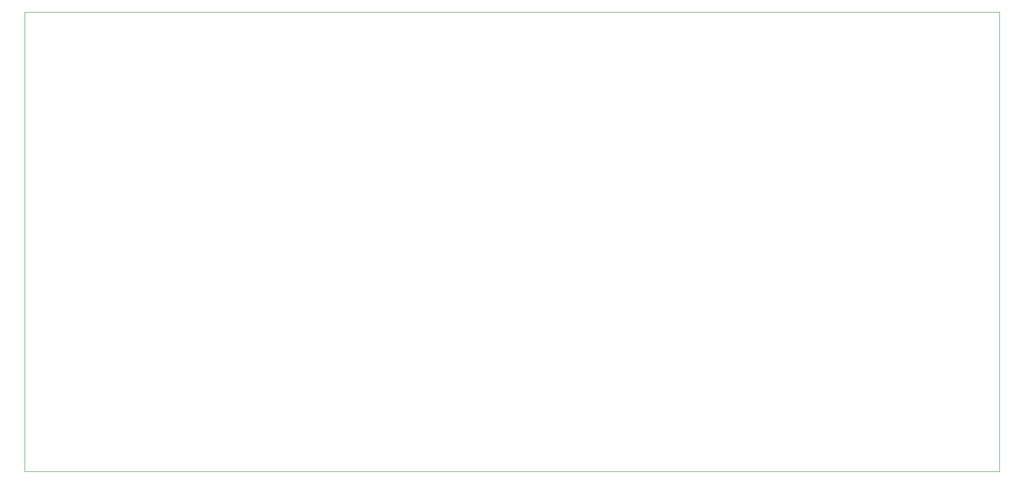
<source format=gm1>
G04 #@! TF.GenerationSoftware,KiCad,Pcbnew,(5.1.5)-3*
G04 #@! TF.CreationDate,2020-03-03T15:35:36+01:00*
G04 #@! TF.ProjectId,PROTEAN_mk2,50524f54-4541-44e5-9f6d-6b322e6b6963,rev?*
G04 #@! TF.SameCoordinates,Original*
G04 #@! TF.FileFunction,Profile,NP*
%FSLAX46Y46*%
G04 Gerber Fmt 4.6, Leading zero omitted, Abs format (unit mm)*
G04 Created by KiCad (PCBNEW (5.1.5)-3) date 2020-03-03 15:35:36*
%MOMM*%
%LPD*%
G04 APERTURE LIST*
%ADD10C,0.100000*%
G04 APERTURE END LIST*
D10*
X123190000Y-118110000D02*
X300990000Y-118110000D01*
X300990000Y-201930000D02*
X300990000Y-118110000D01*
X123190000Y-201930000D02*
X300990000Y-201930000D01*
X123190000Y-201930000D02*
X123190000Y-118110000D01*
M02*

</source>
